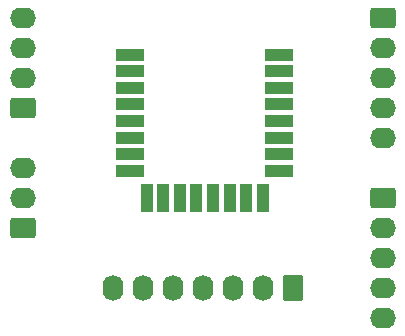
<source format=gbr>
G04 #@! TF.GenerationSoftware,KiCad,Pcbnew,7.0.10*
G04 #@! TF.CreationDate,2024-04-04T22:49:01-05:00*
G04 #@! TF.ProjectId,adapter,61646170-7465-4722-9e6b-696361645f70,rev?*
G04 #@! TF.SameCoordinates,Original*
G04 #@! TF.FileFunction,Soldermask,Top*
G04 #@! TF.FilePolarity,Negative*
%FSLAX46Y46*%
G04 Gerber Fmt 4.6, Leading zero omitted, Abs format (unit mm)*
G04 Created by KiCad (PCBNEW 7.0.10) date 2024-04-04 22:49:01*
%MOMM*%
%LPD*%
G01*
G04 APERTURE LIST*
G04 Aperture macros list*
%AMRoundRect*
0 Rectangle with rounded corners*
0 $1 Rounding radius*
0 $2 $3 $4 $5 $6 $7 $8 $9 X,Y pos of 4 corners*
0 Add a 4 corners polygon primitive as box body*
4,1,4,$2,$3,$4,$5,$6,$7,$8,$9,$2,$3,0*
0 Add four circle primitives for the rounded corners*
1,1,$1+$1,$2,$3*
1,1,$1+$1,$4,$5*
1,1,$1+$1,$6,$7*
1,1,$1+$1,$8,$9*
0 Add four rect primitives between the rounded corners*
20,1,$1+$1,$2,$3,$4,$5,0*
20,1,$1+$1,$4,$5,$6,$7,0*
20,1,$1+$1,$6,$7,$8,$9,0*
20,1,$1+$1,$8,$9,$2,$3,0*%
G04 Aperture macros list end*
%ADD10R,2.450000X1.000000*%
%ADD11R,1.000000X2.450000*%
%ADD12RoundRect,0.250000X-0.845000X0.620000X-0.845000X-0.620000X0.845000X-0.620000X0.845000X0.620000X0*%
%ADD13O,2.190000X1.740000*%
%ADD14RoundRect,0.250000X0.620000X0.845000X-0.620000X0.845000X-0.620000X-0.845000X0.620000X-0.845000X0*%
%ADD15O,1.740000X2.190000*%
%ADD16RoundRect,0.250000X0.845000X-0.620000X0.845000X0.620000X-0.845000X0.620000X-0.845000X-0.620000X0*%
G04 APERTURE END LIST*
D10*
G04 #@! TO.C,DWM1*
X161520000Y-84425000D03*
X161520000Y-85825000D03*
X161520000Y-87225000D03*
X161520000Y-88625000D03*
X161520000Y-90025000D03*
X161520000Y-91425000D03*
X161520000Y-92825000D03*
X161520000Y-94225000D03*
D11*
X162920000Y-96520000D03*
X164320000Y-96520000D03*
X165720000Y-96520000D03*
X167120000Y-96520000D03*
X168520000Y-96520000D03*
X169920000Y-96520000D03*
X171320000Y-96520000D03*
X172720000Y-96520000D03*
D10*
X174120000Y-94223800D03*
X174120000Y-92823800D03*
X174120000Y-91425000D03*
X174120000Y-90025000D03*
X174120000Y-88625000D03*
X174120000Y-87225000D03*
X174120000Y-85825000D03*
X174120000Y-84425000D03*
G04 #@! TD*
D12*
G04 #@! TO.C,J4*
X182880000Y-96520000D03*
D13*
X182880000Y-99060000D03*
X182880000Y-101600000D03*
X182880000Y-104140000D03*
X182880000Y-106680000D03*
G04 #@! TD*
D14*
G04 #@! TO.C,J5*
X175260000Y-104140000D03*
D15*
X172720000Y-104140000D03*
X170180000Y-104140000D03*
X167640000Y-104140000D03*
X165100000Y-104140000D03*
X162560000Y-104140000D03*
X160020000Y-104140000D03*
G04 #@! TD*
D12*
G04 #@! TO.C,J1*
X182880000Y-81280000D03*
D13*
X182880000Y-83820000D03*
X182880000Y-86360000D03*
X182880000Y-88900000D03*
X182880000Y-91440000D03*
G04 #@! TD*
D16*
G04 #@! TO.C,J2*
X152400000Y-88900000D03*
D13*
X152400000Y-86360000D03*
X152400000Y-83820000D03*
X152400000Y-81280000D03*
G04 #@! TD*
D16*
G04 #@! TO.C,J3*
X152400000Y-99060000D03*
D13*
X152400000Y-96520000D03*
X152400000Y-93980000D03*
G04 #@! TD*
M02*

</source>
